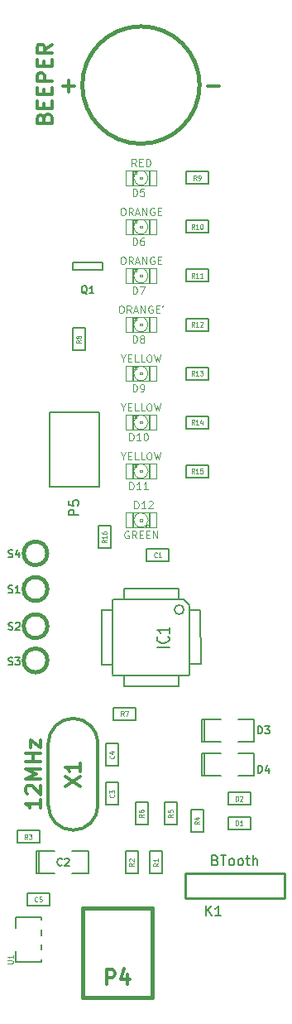
<source format=gto>
G04 (created by PCBNEW (2013-mar-13)-testing) date Sun 09 Jun 2013 06:46:31 PM NZST*
%MOIN*%
G04 Gerber Fmt 3.4, Leading zero omitted, Abs format*
%FSLAX34Y34*%
G01*
G70*
G90*
G04 APERTURE LIST*
%ADD10C,0.005906*%
%ADD11C,0.008000*%
%ADD12C,0.015000*%
%ADD13C,0.005000*%
%ADD14C,0.006000*%
%ADD15C,0.002600*%
%ADD16C,0.004000*%
%ADD17C,0.012500*%
%ADD18C,0.007500*%
%ADD19C,0.010000*%
%ADD20C,0.012000*%
%ADD21C,0.004500*%
%ADD22C,0.003500*%
%ADD23C,0.004300*%
G04 APERTURE END LIST*
G54D10*
G54D11*
X17961Y-26951D02*
X17961Y-23951D01*
X19961Y-23951D02*
X19961Y-26951D01*
X19961Y-26951D02*
X17961Y-26951D01*
X17961Y-23951D02*
X19961Y-23951D01*
G54D12*
X17878Y-29644D02*
G75*
G03X17878Y-29644I-472J0D01*
G74*
G01*
G54D13*
X20112Y-18239D02*
X18912Y-18239D01*
X18912Y-18239D02*
X18912Y-17939D01*
X18912Y-17939D02*
X20112Y-17939D01*
X20112Y-17939D02*
X20112Y-18239D01*
G54D12*
X17884Y-33955D02*
G75*
G03X17884Y-33955I-478J0D01*
G74*
G01*
X17884Y-32577D02*
G75*
G03X17884Y-32577I-478J0D01*
G74*
G01*
X17884Y-31081D02*
G75*
G03X17884Y-31081I-478J0D01*
G74*
G01*
G54D13*
X24220Y-37698D02*
X24120Y-37698D01*
X24120Y-37698D02*
X24120Y-38598D01*
X24120Y-38598D02*
X24220Y-38598D01*
X24220Y-37698D02*
X24220Y-38598D01*
X24220Y-38598D02*
X24870Y-38598D01*
X25570Y-37698D02*
X26220Y-37698D01*
X26220Y-37698D02*
X26220Y-38598D01*
X26220Y-38598D02*
X25570Y-38598D01*
X24870Y-37698D02*
X24220Y-37698D01*
X24220Y-36320D02*
X24120Y-36320D01*
X24120Y-36320D02*
X24120Y-37220D01*
X24120Y-37220D02*
X24220Y-37220D01*
X24220Y-36320D02*
X24220Y-37220D01*
X24220Y-37220D02*
X24870Y-37220D01*
X25570Y-36320D02*
X26220Y-36320D01*
X26220Y-36320D02*
X26220Y-37220D01*
X26220Y-37220D02*
X25570Y-37220D01*
X24870Y-36320D02*
X24220Y-36320D01*
G54D12*
X22106Y-43917D02*
X19310Y-43917D01*
X19310Y-43917D02*
X19310Y-47539D01*
X19310Y-47539D02*
X22106Y-47539D01*
X22106Y-47539D02*
X22106Y-43917D01*
G54D14*
X20981Y-35010D02*
X20981Y-34560D01*
X23161Y-35010D02*
X23161Y-34570D01*
X20981Y-35010D02*
X23161Y-35010D01*
X20511Y-34130D02*
X20081Y-34130D01*
X20501Y-31920D02*
X20081Y-31920D01*
X20081Y-31910D02*
X20071Y-34130D01*
X24051Y-31930D02*
X24061Y-34100D01*
X23361Y-31500D02*
X20531Y-31500D01*
X24051Y-34110D02*
X23641Y-34110D01*
X23601Y-31750D02*
X23601Y-34530D01*
X20521Y-34550D02*
X23561Y-34550D01*
X20521Y-31500D02*
X20521Y-34500D01*
X23191Y-31050D02*
X20971Y-31050D01*
X20971Y-31050D02*
X20971Y-31500D01*
X23371Y-31504D02*
X23601Y-31734D01*
X23191Y-31052D02*
X23191Y-31504D01*
X23601Y-31930D02*
X24053Y-31930D01*
X23385Y-31912D02*
G75*
G03X23385Y-31912I-188J0D01*
G74*
G01*
G54D13*
X17527Y-41635D02*
X17427Y-41635D01*
X17427Y-41635D02*
X17427Y-42535D01*
X17427Y-42535D02*
X17527Y-42535D01*
X17527Y-41635D02*
X17527Y-42535D01*
X17527Y-42535D02*
X18177Y-42535D01*
X18877Y-41635D02*
X19527Y-41635D01*
X19527Y-41635D02*
X19527Y-42535D01*
X19527Y-42535D02*
X18877Y-42535D01*
X18177Y-41635D02*
X17527Y-41635D01*
X22517Y-41635D02*
X22517Y-42535D01*
X22517Y-42535D02*
X22017Y-42535D01*
X22017Y-42535D02*
X22017Y-41635D01*
X22017Y-41635D02*
X22517Y-41635D01*
X21533Y-41635D02*
X21533Y-42535D01*
X21533Y-42535D02*
X21033Y-42535D01*
X21033Y-42535D02*
X21033Y-41635D01*
X21033Y-41635D02*
X21533Y-41635D01*
X16661Y-40811D02*
X17561Y-40811D01*
X17561Y-40811D02*
X17561Y-41311D01*
X17561Y-41311D02*
X16661Y-41311D01*
X16661Y-41311D02*
X16661Y-40811D01*
X23672Y-40861D02*
X23672Y-39961D01*
X23672Y-39961D02*
X24172Y-39961D01*
X24172Y-39961D02*
X24172Y-40861D01*
X24172Y-40861D02*
X23672Y-40861D01*
X23108Y-39666D02*
X23108Y-40566D01*
X23108Y-40566D02*
X22608Y-40566D01*
X22608Y-40566D02*
X22608Y-39666D01*
X22608Y-39666D02*
X23108Y-39666D01*
X21927Y-39666D02*
X21927Y-40566D01*
X21927Y-40566D02*
X21427Y-40566D01*
X21427Y-40566D02*
X21427Y-39666D01*
X21427Y-39666D02*
X21927Y-39666D01*
X21439Y-36350D02*
X20539Y-36350D01*
X20539Y-36350D02*
X20539Y-35850D01*
X20539Y-35850D02*
X21439Y-35850D01*
X21439Y-35850D02*
X21439Y-36350D01*
X19408Y-20572D02*
X19408Y-21472D01*
X19408Y-21472D02*
X18908Y-21472D01*
X18908Y-21472D02*
X18908Y-20572D01*
X18908Y-20572D02*
X19408Y-20572D01*
X23472Y-14276D02*
X24372Y-14276D01*
X24372Y-14276D02*
X24372Y-14776D01*
X24372Y-14776D02*
X23472Y-14776D01*
X23472Y-14776D02*
X23472Y-14276D01*
X23470Y-16244D02*
X24370Y-16244D01*
X24370Y-16244D02*
X24370Y-16744D01*
X24370Y-16744D02*
X23470Y-16744D01*
X23470Y-16744D02*
X23470Y-16244D01*
X23470Y-18212D02*
X24370Y-18212D01*
X24370Y-18212D02*
X24370Y-18712D01*
X24370Y-18712D02*
X23470Y-18712D01*
X23470Y-18712D02*
X23470Y-18212D01*
X23470Y-20181D02*
X24370Y-20181D01*
X24370Y-20181D02*
X24370Y-20681D01*
X24370Y-20681D02*
X23470Y-20681D01*
X23470Y-20681D02*
X23470Y-20181D01*
X23470Y-22149D02*
X24370Y-22149D01*
X24370Y-22149D02*
X24370Y-22649D01*
X24370Y-22649D02*
X23470Y-22649D01*
X23470Y-22649D02*
X23470Y-22149D01*
X23470Y-24118D02*
X24370Y-24118D01*
X24370Y-24118D02*
X24370Y-24618D01*
X24370Y-24618D02*
X23470Y-24618D01*
X23470Y-24618D02*
X23470Y-24118D01*
X23470Y-26086D02*
X24370Y-26086D01*
X24370Y-26086D02*
X24370Y-26586D01*
X24370Y-26586D02*
X23470Y-26586D01*
X23470Y-26586D02*
X23470Y-26086D01*
X20431Y-28544D02*
X20431Y-29444D01*
X20431Y-29444D02*
X19931Y-29444D01*
X19931Y-29444D02*
X19931Y-28544D01*
X19931Y-28544D02*
X20431Y-28544D01*
X21877Y-29472D02*
X22777Y-29472D01*
X22777Y-29472D02*
X22777Y-29972D01*
X22777Y-29972D02*
X21877Y-29972D01*
X21877Y-29972D02*
X21877Y-29472D01*
X20246Y-39779D02*
X20246Y-38879D01*
X20246Y-38879D02*
X20746Y-38879D01*
X20746Y-38879D02*
X20746Y-39779D01*
X20746Y-39779D02*
X20246Y-39779D01*
X20746Y-37304D02*
X20746Y-38204D01*
X20746Y-38204D02*
X20246Y-38204D01*
X20246Y-38204D02*
X20246Y-37304D01*
X20246Y-37304D02*
X20746Y-37304D01*
X26064Y-40760D02*
X25164Y-40760D01*
X25164Y-40760D02*
X25164Y-40260D01*
X25164Y-40260D02*
X26064Y-40260D01*
X26064Y-40260D02*
X26064Y-40760D01*
X26064Y-39776D02*
X25164Y-39776D01*
X25164Y-39776D02*
X25164Y-39276D01*
X25164Y-39276D02*
X26064Y-39276D01*
X26064Y-39276D02*
X26064Y-39776D01*
G54D12*
X24016Y-10787D02*
G75*
G03X24016Y-10787I-2362J0D01*
G74*
G01*
G54D15*
X21693Y-14489D02*
X21615Y-14489D01*
X21615Y-14489D02*
X21615Y-14567D01*
X21693Y-14567D02*
X21615Y-14567D01*
X21693Y-14489D02*
X21693Y-14567D01*
X21477Y-14253D02*
X21340Y-14253D01*
X21340Y-14253D02*
X21340Y-14351D01*
X21477Y-14351D02*
X21340Y-14351D01*
X21477Y-14253D02*
X21477Y-14351D01*
X21340Y-14253D02*
X21300Y-14253D01*
X21300Y-14253D02*
X21300Y-14724D01*
X21340Y-14724D02*
X21300Y-14724D01*
X21340Y-14253D02*
X21340Y-14724D01*
X21340Y-14744D02*
X21300Y-14744D01*
X21300Y-14744D02*
X21300Y-14803D01*
X21340Y-14803D02*
X21300Y-14803D01*
X21340Y-14744D02*
X21340Y-14803D01*
X22008Y-14253D02*
X21968Y-14253D01*
X21968Y-14253D02*
X21968Y-14724D01*
X22008Y-14724D02*
X21968Y-14724D01*
X22008Y-14253D02*
X22008Y-14724D01*
X22008Y-14744D02*
X21968Y-14744D01*
X21968Y-14744D02*
X21968Y-14803D01*
X22008Y-14803D02*
X21968Y-14803D01*
X22008Y-14744D02*
X22008Y-14803D01*
X21477Y-14253D02*
X21418Y-14253D01*
X21418Y-14253D02*
X21418Y-14351D01*
X21477Y-14351D02*
X21418Y-14351D01*
X21477Y-14253D02*
X21477Y-14351D01*
G54D16*
X21044Y-14233D02*
X22264Y-14233D01*
X22264Y-14233D02*
X22264Y-14823D01*
X22264Y-14823D02*
X21044Y-14823D01*
X21044Y-14823D02*
X21044Y-14233D01*
X21869Y-14331D02*
G75*
G03X21438Y-14332I-215J-196D01*
G74*
G01*
X21869Y-14724D02*
G75*
G03X21870Y-14332I-215J196D01*
G74*
G01*
X21438Y-14724D02*
G75*
G03X21870Y-14724I215J196D01*
G74*
G01*
X21438Y-14331D02*
G75*
G03X21438Y-14724I215J-196D01*
G74*
G01*
G54D15*
X21693Y-16457D02*
X21615Y-16457D01*
X21615Y-16457D02*
X21615Y-16535D01*
X21693Y-16535D02*
X21615Y-16535D01*
X21693Y-16457D02*
X21693Y-16535D01*
X21477Y-16221D02*
X21340Y-16221D01*
X21340Y-16221D02*
X21340Y-16319D01*
X21477Y-16319D02*
X21340Y-16319D01*
X21477Y-16221D02*
X21477Y-16319D01*
X21340Y-16221D02*
X21300Y-16221D01*
X21300Y-16221D02*
X21300Y-16692D01*
X21340Y-16692D02*
X21300Y-16692D01*
X21340Y-16221D02*
X21340Y-16692D01*
X21340Y-16712D02*
X21300Y-16712D01*
X21300Y-16712D02*
X21300Y-16771D01*
X21340Y-16771D02*
X21300Y-16771D01*
X21340Y-16712D02*
X21340Y-16771D01*
X22008Y-16221D02*
X21968Y-16221D01*
X21968Y-16221D02*
X21968Y-16692D01*
X22008Y-16692D02*
X21968Y-16692D01*
X22008Y-16221D02*
X22008Y-16692D01*
X22008Y-16712D02*
X21968Y-16712D01*
X21968Y-16712D02*
X21968Y-16771D01*
X22008Y-16771D02*
X21968Y-16771D01*
X22008Y-16712D02*
X22008Y-16771D01*
X21477Y-16221D02*
X21418Y-16221D01*
X21418Y-16221D02*
X21418Y-16319D01*
X21477Y-16319D02*
X21418Y-16319D01*
X21477Y-16221D02*
X21477Y-16319D01*
G54D16*
X21044Y-16201D02*
X22264Y-16201D01*
X22264Y-16201D02*
X22264Y-16791D01*
X22264Y-16791D02*
X21044Y-16791D01*
X21044Y-16791D02*
X21044Y-16201D01*
X21869Y-16299D02*
G75*
G03X21438Y-16300I-215J-196D01*
G74*
G01*
X21869Y-16692D02*
G75*
G03X21870Y-16300I-215J196D01*
G74*
G01*
X21438Y-16692D02*
G75*
G03X21870Y-16692I215J196D01*
G74*
G01*
X21438Y-16299D02*
G75*
G03X21438Y-16692I215J-196D01*
G74*
G01*
G54D15*
X21693Y-18426D02*
X21615Y-18426D01*
X21615Y-18426D02*
X21615Y-18504D01*
X21693Y-18504D02*
X21615Y-18504D01*
X21693Y-18426D02*
X21693Y-18504D01*
X21477Y-18190D02*
X21340Y-18190D01*
X21340Y-18190D02*
X21340Y-18288D01*
X21477Y-18288D02*
X21340Y-18288D01*
X21477Y-18190D02*
X21477Y-18288D01*
X21340Y-18190D02*
X21300Y-18190D01*
X21300Y-18190D02*
X21300Y-18661D01*
X21340Y-18661D02*
X21300Y-18661D01*
X21340Y-18190D02*
X21340Y-18661D01*
X21340Y-18681D02*
X21300Y-18681D01*
X21300Y-18681D02*
X21300Y-18740D01*
X21340Y-18740D02*
X21300Y-18740D01*
X21340Y-18681D02*
X21340Y-18740D01*
X22008Y-18190D02*
X21968Y-18190D01*
X21968Y-18190D02*
X21968Y-18661D01*
X22008Y-18661D02*
X21968Y-18661D01*
X22008Y-18190D02*
X22008Y-18661D01*
X22008Y-18681D02*
X21968Y-18681D01*
X21968Y-18681D02*
X21968Y-18740D01*
X22008Y-18740D02*
X21968Y-18740D01*
X22008Y-18681D02*
X22008Y-18740D01*
X21477Y-18190D02*
X21418Y-18190D01*
X21418Y-18190D02*
X21418Y-18288D01*
X21477Y-18288D02*
X21418Y-18288D01*
X21477Y-18190D02*
X21477Y-18288D01*
G54D16*
X21044Y-18170D02*
X22264Y-18170D01*
X22264Y-18170D02*
X22264Y-18760D01*
X22264Y-18760D02*
X21044Y-18760D01*
X21044Y-18760D02*
X21044Y-18170D01*
X21869Y-18268D02*
G75*
G03X21438Y-18269I-215J-196D01*
G74*
G01*
X21869Y-18661D02*
G75*
G03X21870Y-18269I-215J196D01*
G74*
G01*
X21438Y-18661D02*
G75*
G03X21870Y-18661I215J196D01*
G74*
G01*
X21438Y-18268D02*
G75*
G03X21438Y-18661I215J-196D01*
G74*
G01*
G54D15*
X21693Y-20394D02*
X21615Y-20394D01*
X21615Y-20394D02*
X21615Y-20472D01*
X21693Y-20472D02*
X21615Y-20472D01*
X21693Y-20394D02*
X21693Y-20472D01*
X21477Y-20158D02*
X21340Y-20158D01*
X21340Y-20158D02*
X21340Y-20256D01*
X21477Y-20256D02*
X21340Y-20256D01*
X21477Y-20158D02*
X21477Y-20256D01*
X21340Y-20158D02*
X21300Y-20158D01*
X21300Y-20158D02*
X21300Y-20629D01*
X21340Y-20629D02*
X21300Y-20629D01*
X21340Y-20158D02*
X21340Y-20629D01*
X21340Y-20649D02*
X21300Y-20649D01*
X21300Y-20649D02*
X21300Y-20708D01*
X21340Y-20708D02*
X21300Y-20708D01*
X21340Y-20649D02*
X21340Y-20708D01*
X22008Y-20158D02*
X21968Y-20158D01*
X21968Y-20158D02*
X21968Y-20629D01*
X22008Y-20629D02*
X21968Y-20629D01*
X22008Y-20158D02*
X22008Y-20629D01*
X22008Y-20649D02*
X21968Y-20649D01*
X21968Y-20649D02*
X21968Y-20708D01*
X22008Y-20708D02*
X21968Y-20708D01*
X22008Y-20649D02*
X22008Y-20708D01*
X21477Y-20158D02*
X21418Y-20158D01*
X21418Y-20158D02*
X21418Y-20256D01*
X21477Y-20256D02*
X21418Y-20256D01*
X21477Y-20158D02*
X21477Y-20256D01*
G54D16*
X21044Y-20138D02*
X22264Y-20138D01*
X22264Y-20138D02*
X22264Y-20728D01*
X22264Y-20728D02*
X21044Y-20728D01*
X21044Y-20728D02*
X21044Y-20138D01*
X21869Y-20236D02*
G75*
G03X21438Y-20237I-215J-196D01*
G74*
G01*
X21869Y-20629D02*
G75*
G03X21870Y-20237I-215J196D01*
G74*
G01*
X21438Y-20629D02*
G75*
G03X21870Y-20629I215J196D01*
G74*
G01*
X21438Y-20236D02*
G75*
G03X21438Y-20629I215J-196D01*
G74*
G01*
G54D15*
X21693Y-22363D02*
X21615Y-22363D01*
X21615Y-22363D02*
X21615Y-22441D01*
X21693Y-22441D02*
X21615Y-22441D01*
X21693Y-22363D02*
X21693Y-22441D01*
X21477Y-22127D02*
X21340Y-22127D01*
X21340Y-22127D02*
X21340Y-22225D01*
X21477Y-22225D02*
X21340Y-22225D01*
X21477Y-22127D02*
X21477Y-22225D01*
X21340Y-22127D02*
X21300Y-22127D01*
X21300Y-22127D02*
X21300Y-22598D01*
X21340Y-22598D02*
X21300Y-22598D01*
X21340Y-22127D02*
X21340Y-22598D01*
X21340Y-22618D02*
X21300Y-22618D01*
X21300Y-22618D02*
X21300Y-22677D01*
X21340Y-22677D02*
X21300Y-22677D01*
X21340Y-22618D02*
X21340Y-22677D01*
X22008Y-22127D02*
X21968Y-22127D01*
X21968Y-22127D02*
X21968Y-22598D01*
X22008Y-22598D02*
X21968Y-22598D01*
X22008Y-22127D02*
X22008Y-22598D01*
X22008Y-22618D02*
X21968Y-22618D01*
X21968Y-22618D02*
X21968Y-22677D01*
X22008Y-22677D02*
X21968Y-22677D01*
X22008Y-22618D02*
X22008Y-22677D01*
X21477Y-22127D02*
X21418Y-22127D01*
X21418Y-22127D02*
X21418Y-22225D01*
X21477Y-22225D02*
X21418Y-22225D01*
X21477Y-22127D02*
X21477Y-22225D01*
G54D16*
X21044Y-22107D02*
X22264Y-22107D01*
X22264Y-22107D02*
X22264Y-22697D01*
X22264Y-22697D02*
X21044Y-22697D01*
X21044Y-22697D02*
X21044Y-22107D01*
X21869Y-22205D02*
G75*
G03X21438Y-22206I-215J-196D01*
G74*
G01*
X21869Y-22598D02*
G75*
G03X21870Y-22206I-215J196D01*
G74*
G01*
X21438Y-22598D02*
G75*
G03X21870Y-22598I215J196D01*
G74*
G01*
X21438Y-22205D02*
G75*
G03X21438Y-22598I215J-196D01*
G74*
G01*
G54D15*
X21693Y-24331D02*
X21615Y-24331D01*
X21615Y-24331D02*
X21615Y-24409D01*
X21693Y-24409D02*
X21615Y-24409D01*
X21693Y-24331D02*
X21693Y-24409D01*
X21477Y-24095D02*
X21340Y-24095D01*
X21340Y-24095D02*
X21340Y-24193D01*
X21477Y-24193D02*
X21340Y-24193D01*
X21477Y-24095D02*
X21477Y-24193D01*
X21340Y-24095D02*
X21300Y-24095D01*
X21300Y-24095D02*
X21300Y-24566D01*
X21340Y-24566D02*
X21300Y-24566D01*
X21340Y-24095D02*
X21340Y-24566D01*
X21340Y-24586D02*
X21300Y-24586D01*
X21300Y-24586D02*
X21300Y-24645D01*
X21340Y-24645D02*
X21300Y-24645D01*
X21340Y-24586D02*
X21340Y-24645D01*
X22008Y-24095D02*
X21968Y-24095D01*
X21968Y-24095D02*
X21968Y-24566D01*
X22008Y-24566D02*
X21968Y-24566D01*
X22008Y-24095D02*
X22008Y-24566D01*
X22008Y-24586D02*
X21968Y-24586D01*
X21968Y-24586D02*
X21968Y-24645D01*
X22008Y-24645D02*
X21968Y-24645D01*
X22008Y-24586D02*
X22008Y-24645D01*
X21477Y-24095D02*
X21418Y-24095D01*
X21418Y-24095D02*
X21418Y-24193D01*
X21477Y-24193D02*
X21418Y-24193D01*
X21477Y-24095D02*
X21477Y-24193D01*
G54D16*
X21044Y-24075D02*
X22264Y-24075D01*
X22264Y-24075D02*
X22264Y-24665D01*
X22264Y-24665D02*
X21044Y-24665D01*
X21044Y-24665D02*
X21044Y-24075D01*
X21869Y-24173D02*
G75*
G03X21438Y-24174I-215J-196D01*
G74*
G01*
X21869Y-24566D02*
G75*
G03X21870Y-24174I-215J196D01*
G74*
G01*
X21438Y-24566D02*
G75*
G03X21870Y-24566I215J196D01*
G74*
G01*
X21438Y-24173D02*
G75*
G03X21438Y-24566I215J-196D01*
G74*
G01*
G54D15*
X21693Y-26300D02*
X21615Y-26300D01*
X21615Y-26300D02*
X21615Y-26378D01*
X21693Y-26378D02*
X21615Y-26378D01*
X21693Y-26300D02*
X21693Y-26378D01*
X21477Y-26064D02*
X21340Y-26064D01*
X21340Y-26064D02*
X21340Y-26162D01*
X21477Y-26162D02*
X21340Y-26162D01*
X21477Y-26064D02*
X21477Y-26162D01*
X21340Y-26064D02*
X21300Y-26064D01*
X21300Y-26064D02*
X21300Y-26535D01*
X21340Y-26535D02*
X21300Y-26535D01*
X21340Y-26064D02*
X21340Y-26535D01*
X21340Y-26555D02*
X21300Y-26555D01*
X21300Y-26555D02*
X21300Y-26614D01*
X21340Y-26614D02*
X21300Y-26614D01*
X21340Y-26555D02*
X21340Y-26614D01*
X22008Y-26064D02*
X21968Y-26064D01*
X21968Y-26064D02*
X21968Y-26535D01*
X22008Y-26535D02*
X21968Y-26535D01*
X22008Y-26064D02*
X22008Y-26535D01*
X22008Y-26555D02*
X21968Y-26555D01*
X21968Y-26555D02*
X21968Y-26614D01*
X22008Y-26614D02*
X21968Y-26614D01*
X22008Y-26555D02*
X22008Y-26614D01*
X21477Y-26064D02*
X21418Y-26064D01*
X21418Y-26064D02*
X21418Y-26162D01*
X21477Y-26162D02*
X21418Y-26162D01*
X21477Y-26064D02*
X21477Y-26162D01*
G54D16*
X21044Y-26044D02*
X22264Y-26044D01*
X22264Y-26044D02*
X22264Y-26634D01*
X22264Y-26634D02*
X21044Y-26634D01*
X21044Y-26634D02*
X21044Y-26044D01*
X21869Y-26142D02*
G75*
G03X21438Y-26143I-215J-196D01*
G74*
G01*
X21869Y-26535D02*
G75*
G03X21870Y-26143I-215J196D01*
G74*
G01*
X21438Y-26535D02*
G75*
G03X21870Y-26535I215J196D01*
G74*
G01*
X21438Y-26142D02*
G75*
G03X21438Y-26535I215J-196D01*
G74*
G01*
G54D15*
X21615Y-28346D02*
X21693Y-28346D01*
X21693Y-28346D02*
X21693Y-28268D01*
X21615Y-28268D02*
X21693Y-28268D01*
X21615Y-28346D02*
X21615Y-28268D01*
X21831Y-28582D02*
X21968Y-28582D01*
X21968Y-28582D02*
X21968Y-28484D01*
X21831Y-28484D02*
X21968Y-28484D01*
X21831Y-28582D02*
X21831Y-28484D01*
X21968Y-28582D02*
X22008Y-28582D01*
X22008Y-28582D02*
X22008Y-28111D01*
X21968Y-28111D02*
X22008Y-28111D01*
X21968Y-28582D02*
X21968Y-28111D01*
X21968Y-28091D02*
X22008Y-28091D01*
X22008Y-28091D02*
X22008Y-28032D01*
X21968Y-28032D02*
X22008Y-28032D01*
X21968Y-28091D02*
X21968Y-28032D01*
X21300Y-28582D02*
X21340Y-28582D01*
X21340Y-28582D02*
X21340Y-28111D01*
X21300Y-28111D02*
X21340Y-28111D01*
X21300Y-28582D02*
X21300Y-28111D01*
X21300Y-28091D02*
X21340Y-28091D01*
X21340Y-28091D02*
X21340Y-28032D01*
X21300Y-28032D02*
X21340Y-28032D01*
X21300Y-28091D02*
X21300Y-28032D01*
X21831Y-28582D02*
X21890Y-28582D01*
X21890Y-28582D02*
X21890Y-28484D01*
X21831Y-28484D02*
X21890Y-28484D01*
X21831Y-28582D02*
X21831Y-28484D01*
G54D16*
X22264Y-28602D02*
X21044Y-28602D01*
X21044Y-28602D02*
X21044Y-28012D01*
X21044Y-28012D02*
X22264Y-28012D01*
X22264Y-28012D02*
X22264Y-28602D01*
X21438Y-28503D02*
G75*
G03X21870Y-28503I215J196D01*
G74*
G01*
X21438Y-28110D02*
G75*
G03X21438Y-28503I215J-196D01*
G74*
G01*
X21869Y-28110D02*
G75*
G03X21438Y-28111I-215J-196D01*
G74*
G01*
X21869Y-28503D02*
G75*
G03X21870Y-28111I-215J196D01*
G74*
G01*
G54D17*
X19921Y-39791D02*
X19921Y-37291D01*
X17921Y-39791D02*
X17921Y-37291D01*
X18921Y-36291D02*
G75*
G03X17921Y-37291I0J-1000D01*
G74*
G01*
X19921Y-37291D02*
G75*
G03X18921Y-36291I-1000J0D01*
G74*
G01*
X17921Y-39791D02*
G75*
G03X18921Y-40791I1000J0D01*
G74*
G01*
X18921Y-40791D02*
G75*
G03X19921Y-39791I0J1000D01*
G74*
G01*
G54D18*
X17637Y-44409D02*
X17637Y-44290D01*
X17637Y-45039D02*
X17637Y-44802D01*
X17637Y-45590D02*
X17637Y-45393D01*
X17637Y-46102D02*
X17637Y-45983D01*
X16613Y-45668D02*
X16613Y-46102D01*
X16613Y-44724D02*
X16613Y-44290D01*
X17637Y-44290D02*
X16613Y-44290D01*
X16613Y-46102D02*
X17637Y-46102D01*
G54D13*
X17969Y-43832D02*
X17069Y-43832D01*
X17069Y-43832D02*
X17069Y-43332D01*
X17069Y-43332D02*
X17969Y-43332D01*
X17969Y-43332D02*
X17969Y-43832D01*
G54D19*
X23433Y-42531D02*
X27433Y-42531D01*
X23433Y-43531D02*
X27433Y-43531D01*
X27433Y-43531D02*
X27433Y-42531D01*
X23433Y-42531D02*
X23433Y-43531D01*
G54D11*
X19141Y-28109D02*
X18741Y-28109D01*
X18741Y-27956D01*
X18761Y-27918D01*
X18780Y-27899D01*
X18818Y-27880D01*
X18875Y-27880D01*
X18913Y-27899D01*
X18932Y-27918D01*
X18951Y-27956D01*
X18951Y-28109D01*
X18741Y-27518D02*
X18741Y-27709D01*
X18932Y-27728D01*
X18913Y-27709D01*
X18894Y-27671D01*
X18894Y-27575D01*
X18913Y-27537D01*
X18932Y-27518D01*
X18970Y-27499D01*
X19065Y-27499D01*
X19103Y-27518D01*
X19122Y-27537D01*
X19141Y-27575D01*
X19141Y-27671D01*
X19122Y-27709D01*
X19103Y-27728D01*
G54D14*
X16317Y-29796D02*
X16360Y-29810D01*
X16431Y-29810D01*
X16460Y-29796D01*
X16474Y-29782D01*
X16488Y-29753D01*
X16488Y-29725D01*
X16474Y-29696D01*
X16460Y-29682D01*
X16431Y-29667D01*
X16374Y-29653D01*
X16346Y-29639D01*
X16331Y-29625D01*
X16317Y-29596D01*
X16317Y-29567D01*
X16331Y-29539D01*
X16346Y-29525D01*
X16374Y-29510D01*
X16446Y-29510D01*
X16488Y-29525D01*
X16746Y-29610D02*
X16746Y-29810D01*
X16674Y-29496D02*
X16603Y-29710D01*
X16788Y-29710D01*
G54D18*
X19483Y-19203D02*
X19454Y-19189D01*
X19426Y-19160D01*
X19383Y-19117D01*
X19354Y-19103D01*
X19326Y-19103D01*
X19340Y-19174D02*
X19312Y-19160D01*
X19283Y-19131D01*
X19269Y-19074D01*
X19269Y-18974D01*
X19283Y-18917D01*
X19312Y-18889D01*
X19340Y-18874D01*
X19397Y-18874D01*
X19426Y-18889D01*
X19454Y-18917D01*
X19469Y-18974D01*
X19469Y-19074D01*
X19454Y-19131D01*
X19426Y-19160D01*
X19397Y-19174D01*
X19340Y-19174D01*
X19754Y-19174D02*
X19583Y-19174D01*
X19669Y-19174D02*
X19669Y-18874D01*
X19640Y-18917D01*
X19612Y-18946D01*
X19583Y-18960D01*
G54D14*
X16317Y-34126D02*
X16360Y-34140D01*
X16431Y-34140D01*
X16460Y-34126D01*
X16474Y-34112D01*
X16488Y-34083D01*
X16488Y-34055D01*
X16474Y-34026D01*
X16460Y-34012D01*
X16431Y-33997D01*
X16374Y-33983D01*
X16346Y-33969D01*
X16331Y-33955D01*
X16317Y-33926D01*
X16317Y-33897D01*
X16331Y-33869D01*
X16346Y-33855D01*
X16374Y-33840D01*
X16446Y-33840D01*
X16488Y-33855D01*
X16588Y-33840D02*
X16774Y-33840D01*
X16674Y-33955D01*
X16717Y-33955D01*
X16746Y-33969D01*
X16760Y-33983D01*
X16774Y-34012D01*
X16774Y-34083D01*
X16760Y-34112D01*
X16746Y-34126D01*
X16717Y-34140D01*
X16631Y-34140D01*
X16603Y-34126D01*
X16588Y-34112D01*
X16317Y-32709D02*
X16360Y-32723D01*
X16431Y-32723D01*
X16460Y-32709D01*
X16474Y-32695D01*
X16488Y-32666D01*
X16488Y-32638D01*
X16474Y-32609D01*
X16460Y-32595D01*
X16431Y-32580D01*
X16374Y-32566D01*
X16346Y-32552D01*
X16331Y-32538D01*
X16317Y-32509D01*
X16317Y-32480D01*
X16331Y-32452D01*
X16346Y-32438D01*
X16374Y-32423D01*
X16446Y-32423D01*
X16488Y-32438D01*
X16603Y-32452D02*
X16617Y-32438D01*
X16646Y-32423D01*
X16717Y-32423D01*
X16746Y-32438D01*
X16760Y-32452D01*
X16774Y-32480D01*
X16774Y-32509D01*
X16760Y-32552D01*
X16588Y-32723D01*
X16774Y-32723D01*
X16317Y-31213D02*
X16360Y-31227D01*
X16431Y-31227D01*
X16460Y-31213D01*
X16474Y-31199D01*
X16488Y-31170D01*
X16488Y-31142D01*
X16474Y-31113D01*
X16460Y-31099D01*
X16431Y-31084D01*
X16374Y-31070D01*
X16346Y-31056D01*
X16331Y-31042D01*
X16317Y-31013D01*
X16317Y-30984D01*
X16331Y-30956D01*
X16346Y-30942D01*
X16374Y-30927D01*
X16446Y-30927D01*
X16488Y-30942D01*
X16774Y-31227D02*
X16603Y-31227D01*
X16688Y-31227D02*
X16688Y-30927D01*
X16660Y-30970D01*
X16631Y-30999D01*
X16603Y-31013D01*
G54D13*
X26376Y-38480D02*
X26376Y-38180D01*
X26448Y-38180D01*
X26490Y-38195D01*
X26519Y-38223D01*
X26533Y-38252D01*
X26548Y-38309D01*
X26548Y-38352D01*
X26533Y-38409D01*
X26519Y-38437D01*
X26490Y-38466D01*
X26448Y-38480D01*
X26376Y-38480D01*
X26805Y-38280D02*
X26805Y-38480D01*
X26733Y-38166D02*
X26662Y-38380D01*
X26848Y-38380D01*
X26376Y-36905D02*
X26376Y-36605D01*
X26448Y-36605D01*
X26490Y-36620D01*
X26519Y-36648D01*
X26533Y-36677D01*
X26548Y-36734D01*
X26548Y-36777D01*
X26533Y-36834D01*
X26519Y-36862D01*
X26490Y-36891D01*
X26448Y-36905D01*
X26376Y-36905D01*
X26648Y-36605D02*
X26833Y-36605D01*
X26733Y-36720D01*
X26776Y-36720D01*
X26805Y-36734D01*
X26819Y-36748D01*
X26833Y-36777D01*
X26833Y-36848D01*
X26819Y-36877D01*
X26805Y-36891D01*
X26776Y-36905D01*
X26690Y-36905D01*
X26662Y-36891D01*
X26648Y-36877D01*
G54D20*
X20265Y-47003D02*
X20265Y-46403D01*
X20494Y-46403D01*
X20551Y-46432D01*
X20580Y-46461D01*
X20608Y-46518D01*
X20608Y-46603D01*
X20580Y-46661D01*
X20551Y-46689D01*
X20494Y-46718D01*
X20265Y-46718D01*
X21122Y-46603D02*
X21122Y-47003D01*
X20980Y-46375D02*
X20837Y-46803D01*
X21208Y-46803D01*
G54D11*
X22797Y-33420D02*
X22297Y-33420D01*
X22749Y-33001D02*
X22773Y-33020D01*
X22797Y-33077D01*
X22797Y-33115D01*
X22773Y-33172D01*
X22725Y-33210D01*
X22678Y-33229D01*
X22582Y-33249D01*
X22511Y-33249D01*
X22416Y-33229D01*
X22368Y-33210D01*
X22321Y-33172D01*
X22297Y-33115D01*
X22297Y-33077D01*
X22321Y-33020D01*
X22344Y-33001D01*
X22797Y-32620D02*
X22797Y-32849D01*
X22797Y-32734D02*
X22297Y-32734D01*
X22368Y-32772D01*
X22416Y-32810D01*
X22440Y-32849D01*
G54D13*
X18477Y-42192D02*
X18462Y-42206D01*
X18419Y-42220D01*
X18391Y-42220D01*
X18348Y-42206D01*
X18319Y-42177D01*
X18305Y-42149D01*
X18291Y-42092D01*
X18291Y-42049D01*
X18305Y-41992D01*
X18319Y-41963D01*
X18348Y-41935D01*
X18391Y-41920D01*
X18419Y-41920D01*
X18462Y-41935D01*
X18477Y-41949D01*
X18591Y-41949D02*
X18605Y-41935D01*
X18634Y-41920D01*
X18705Y-41920D01*
X18734Y-41935D01*
X18748Y-41949D01*
X18762Y-41977D01*
X18762Y-42006D01*
X18748Y-42049D01*
X18577Y-42220D01*
X18762Y-42220D01*
G54D21*
X22357Y-42115D02*
X22262Y-42175D01*
X22357Y-42217D02*
X22157Y-42217D01*
X22157Y-42149D01*
X22167Y-42132D01*
X22176Y-42123D01*
X22195Y-42115D01*
X22224Y-42115D01*
X22243Y-42123D01*
X22252Y-42132D01*
X22262Y-42149D01*
X22262Y-42217D01*
X22357Y-41943D02*
X22357Y-42046D01*
X22357Y-41995D02*
X22157Y-41995D01*
X22186Y-42012D01*
X22205Y-42029D01*
X22214Y-42046D01*
X21373Y-42115D02*
X21278Y-42175D01*
X21373Y-42217D02*
X21173Y-42217D01*
X21173Y-42149D01*
X21183Y-42132D01*
X21192Y-42123D01*
X21211Y-42115D01*
X21240Y-42115D01*
X21259Y-42123D01*
X21268Y-42132D01*
X21278Y-42149D01*
X21278Y-42217D01*
X21192Y-42046D02*
X21183Y-42037D01*
X21173Y-42020D01*
X21173Y-41977D01*
X21183Y-41960D01*
X21192Y-41952D01*
X21211Y-41943D01*
X21230Y-41943D01*
X21259Y-41952D01*
X21373Y-42055D01*
X21373Y-41943D01*
X17081Y-41151D02*
X17021Y-41056D01*
X16978Y-41151D02*
X16978Y-40951D01*
X17046Y-40951D01*
X17063Y-40961D01*
X17072Y-40970D01*
X17081Y-40989D01*
X17081Y-41018D01*
X17072Y-41037D01*
X17063Y-41046D01*
X17046Y-41056D01*
X16978Y-41056D01*
X17141Y-40951D02*
X17252Y-40951D01*
X17192Y-41027D01*
X17218Y-41027D01*
X17235Y-41037D01*
X17243Y-41046D01*
X17252Y-41065D01*
X17252Y-41113D01*
X17243Y-41132D01*
X17235Y-41141D01*
X17218Y-41151D01*
X17166Y-41151D01*
X17149Y-41141D01*
X17141Y-41132D01*
X24012Y-40441D02*
X23917Y-40501D01*
X24012Y-40543D02*
X23812Y-40543D01*
X23812Y-40475D01*
X23822Y-40458D01*
X23831Y-40449D01*
X23850Y-40441D01*
X23879Y-40441D01*
X23898Y-40449D01*
X23907Y-40458D01*
X23917Y-40475D01*
X23917Y-40543D01*
X23879Y-40286D02*
X24012Y-40286D01*
X23802Y-40329D02*
X23945Y-40372D01*
X23945Y-40261D01*
X22948Y-40146D02*
X22853Y-40206D01*
X22948Y-40248D02*
X22748Y-40248D01*
X22748Y-40180D01*
X22758Y-40163D01*
X22767Y-40154D01*
X22786Y-40146D01*
X22815Y-40146D01*
X22834Y-40154D01*
X22843Y-40163D01*
X22853Y-40180D01*
X22853Y-40248D01*
X22748Y-39983D02*
X22748Y-40068D01*
X22843Y-40077D01*
X22834Y-40068D01*
X22824Y-40051D01*
X22824Y-40008D01*
X22834Y-39991D01*
X22843Y-39983D01*
X22862Y-39974D01*
X22910Y-39974D01*
X22929Y-39983D01*
X22938Y-39991D01*
X22948Y-40008D01*
X22948Y-40051D01*
X22938Y-40068D01*
X22929Y-40077D01*
X21767Y-40146D02*
X21672Y-40206D01*
X21767Y-40248D02*
X21567Y-40248D01*
X21567Y-40180D01*
X21577Y-40163D01*
X21586Y-40154D01*
X21605Y-40146D01*
X21634Y-40146D01*
X21653Y-40154D01*
X21662Y-40163D01*
X21672Y-40180D01*
X21672Y-40248D01*
X21567Y-39991D02*
X21567Y-40026D01*
X21577Y-40043D01*
X21586Y-40051D01*
X21615Y-40068D01*
X21653Y-40077D01*
X21729Y-40077D01*
X21748Y-40068D01*
X21757Y-40060D01*
X21767Y-40043D01*
X21767Y-40008D01*
X21757Y-39991D01*
X21748Y-39983D01*
X21729Y-39974D01*
X21681Y-39974D01*
X21662Y-39983D01*
X21653Y-39991D01*
X21643Y-40008D01*
X21643Y-40043D01*
X21653Y-40060D01*
X21662Y-40068D01*
X21681Y-40077D01*
X20959Y-36190D02*
X20899Y-36095D01*
X20856Y-36190D02*
X20856Y-35990D01*
X20924Y-35990D01*
X20941Y-36000D01*
X20950Y-36009D01*
X20959Y-36028D01*
X20959Y-36057D01*
X20950Y-36076D01*
X20941Y-36085D01*
X20924Y-36095D01*
X20856Y-36095D01*
X21019Y-35990D02*
X21139Y-35990D01*
X21061Y-36190D01*
X19248Y-21052D02*
X19153Y-21112D01*
X19248Y-21154D02*
X19048Y-21154D01*
X19048Y-21086D01*
X19058Y-21069D01*
X19067Y-21060D01*
X19086Y-21052D01*
X19115Y-21052D01*
X19134Y-21060D01*
X19143Y-21069D01*
X19153Y-21086D01*
X19153Y-21154D01*
X19134Y-20949D02*
X19124Y-20966D01*
X19115Y-20974D01*
X19096Y-20983D01*
X19086Y-20983D01*
X19067Y-20974D01*
X19058Y-20966D01*
X19048Y-20949D01*
X19048Y-20914D01*
X19058Y-20897D01*
X19067Y-20889D01*
X19086Y-20880D01*
X19096Y-20880D01*
X19115Y-20889D01*
X19124Y-20897D01*
X19134Y-20914D01*
X19134Y-20949D01*
X19143Y-20966D01*
X19153Y-20974D01*
X19172Y-20983D01*
X19210Y-20983D01*
X19229Y-20974D01*
X19238Y-20966D01*
X19248Y-20949D01*
X19248Y-20914D01*
X19238Y-20897D01*
X19229Y-20889D01*
X19210Y-20880D01*
X19172Y-20880D01*
X19153Y-20889D01*
X19143Y-20897D01*
X19134Y-20914D01*
X23892Y-14616D02*
X23832Y-14521D01*
X23789Y-14616D02*
X23789Y-14416D01*
X23857Y-14416D01*
X23874Y-14426D01*
X23883Y-14435D01*
X23892Y-14454D01*
X23892Y-14483D01*
X23883Y-14502D01*
X23874Y-14511D01*
X23857Y-14521D01*
X23789Y-14521D01*
X23977Y-14616D02*
X24012Y-14616D01*
X24029Y-14606D01*
X24037Y-14597D01*
X24054Y-14568D01*
X24063Y-14530D01*
X24063Y-14454D01*
X24054Y-14435D01*
X24046Y-14426D01*
X24029Y-14416D01*
X23994Y-14416D01*
X23977Y-14426D01*
X23969Y-14435D01*
X23960Y-14454D01*
X23960Y-14502D01*
X23969Y-14521D01*
X23977Y-14530D01*
X23994Y-14540D01*
X24029Y-14540D01*
X24046Y-14530D01*
X24054Y-14521D01*
X24063Y-14502D01*
X23804Y-16584D02*
X23744Y-16489D01*
X23701Y-16584D02*
X23701Y-16384D01*
X23770Y-16384D01*
X23787Y-16394D01*
X23795Y-16403D01*
X23804Y-16422D01*
X23804Y-16451D01*
X23795Y-16470D01*
X23787Y-16479D01*
X23770Y-16489D01*
X23701Y-16489D01*
X23975Y-16584D02*
X23872Y-16584D01*
X23924Y-16584D02*
X23924Y-16384D01*
X23907Y-16413D01*
X23890Y-16432D01*
X23872Y-16441D01*
X24087Y-16384D02*
X24104Y-16384D01*
X24121Y-16394D01*
X24130Y-16403D01*
X24138Y-16422D01*
X24147Y-16460D01*
X24147Y-16508D01*
X24138Y-16546D01*
X24130Y-16565D01*
X24121Y-16574D01*
X24104Y-16584D01*
X24087Y-16584D01*
X24070Y-16574D01*
X24061Y-16565D01*
X24052Y-16546D01*
X24044Y-16508D01*
X24044Y-16460D01*
X24052Y-16422D01*
X24061Y-16403D01*
X24070Y-16394D01*
X24087Y-16384D01*
X23804Y-18552D02*
X23744Y-18457D01*
X23701Y-18552D02*
X23701Y-18352D01*
X23770Y-18352D01*
X23787Y-18362D01*
X23795Y-18371D01*
X23804Y-18390D01*
X23804Y-18419D01*
X23795Y-18438D01*
X23787Y-18447D01*
X23770Y-18457D01*
X23701Y-18457D01*
X23975Y-18552D02*
X23872Y-18552D01*
X23924Y-18552D02*
X23924Y-18352D01*
X23907Y-18381D01*
X23890Y-18400D01*
X23872Y-18409D01*
X24147Y-18552D02*
X24044Y-18552D01*
X24095Y-18552D02*
X24095Y-18352D01*
X24078Y-18381D01*
X24061Y-18400D01*
X24044Y-18409D01*
X23804Y-20521D02*
X23744Y-20426D01*
X23701Y-20521D02*
X23701Y-20321D01*
X23770Y-20321D01*
X23787Y-20331D01*
X23795Y-20340D01*
X23804Y-20359D01*
X23804Y-20388D01*
X23795Y-20407D01*
X23787Y-20416D01*
X23770Y-20426D01*
X23701Y-20426D01*
X23975Y-20521D02*
X23872Y-20521D01*
X23924Y-20521D02*
X23924Y-20321D01*
X23907Y-20350D01*
X23890Y-20369D01*
X23872Y-20378D01*
X24044Y-20340D02*
X24052Y-20331D01*
X24070Y-20321D01*
X24112Y-20321D01*
X24130Y-20331D01*
X24138Y-20340D01*
X24147Y-20359D01*
X24147Y-20378D01*
X24138Y-20407D01*
X24035Y-20521D01*
X24147Y-20521D01*
X23804Y-22489D02*
X23744Y-22394D01*
X23701Y-22489D02*
X23701Y-22289D01*
X23770Y-22289D01*
X23787Y-22299D01*
X23795Y-22308D01*
X23804Y-22327D01*
X23804Y-22356D01*
X23795Y-22375D01*
X23787Y-22384D01*
X23770Y-22394D01*
X23701Y-22394D01*
X23975Y-22489D02*
X23872Y-22489D01*
X23924Y-22489D02*
X23924Y-22289D01*
X23907Y-22318D01*
X23890Y-22337D01*
X23872Y-22346D01*
X24035Y-22289D02*
X24147Y-22289D01*
X24087Y-22365D01*
X24112Y-22365D01*
X24130Y-22375D01*
X24138Y-22384D01*
X24147Y-22403D01*
X24147Y-22451D01*
X24138Y-22470D01*
X24130Y-22479D01*
X24112Y-22489D01*
X24061Y-22489D01*
X24044Y-22479D01*
X24035Y-22470D01*
X23804Y-24458D02*
X23744Y-24363D01*
X23701Y-24458D02*
X23701Y-24258D01*
X23770Y-24258D01*
X23787Y-24268D01*
X23795Y-24277D01*
X23804Y-24296D01*
X23804Y-24325D01*
X23795Y-24344D01*
X23787Y-24353D01*
X23770Y-24363D01*
X23701Y-24363D01*
X23975Y-24458D02*
X23872Y-24458D01*
X23924Y-24458D02*
X23924Y-24258D01*
X23907Y-24287D01*
X23890Y-24306D01*
X23872Y-24315D01*
X24130Y-24325D02*
X24130Y-24458D01*
X24087Y-24248D02*
X24044Y-24391D01*
X24155Y-24391D01*
X23804Y-26426D02*
X23744Y-26331D01*
X23701Y-26426D02*
X23701Y-26226D01*
X23770Y-26226D01*
X23787Y-26236D01*
X23795Y-26245D01*
X23804Y-26264D01*
X23804Y-26293D01*
X23795Y-26312D01*
X23787Y-26321D01*
X23770Y-26331D01*
X23701Y-26331D01*
X23975Y-26426D02*
X23872Y-26426D01*
X23924Y-26426D02*
X23924Y-26226D01*
X23907Y-26255D01*
X23890Y-26274D01*
X23872Y-26283D01*
X24138Y-26226D02*
X24052Y-26226D01*
X24044Y-26321D01*
X24052Y-26312D01*
X24070Y-26302D01*
X24112Y-26302D01*
X24130Y-26312D01*
X24138Y-26321D01*
X24147Y-26340D01*
X24147Y-26388D01*
X24138Y-26407D01*
X24130Y-26416D01*
X24112Y-26426D01*
X24070Y-26426D01*
X24052Y-26416D01*
X24044Y-26407D01*
X20271Y-29109D02*
X20176Y-29169D01*
X20271Y-29212D02*
X20071Y-29212D01*
X20071Y-29144D01*
X20081Y-29126D01*
X20090Y-29118D01*
X20109Y-29109D01*
X20138Y-29109D01*
X20157Y-29118D01*
X20166Y-29126D01*
X20176Y-29144D01*
X20176Y-29212D01*
X20271Y-28938D02*
X20271Y-29041D01*
X20271Y-28989D02*
X20071Y-28989D01*
X20100Y-29006D01*
X20119Y-29024D01*
X20128Y-29041D01*
X20071Y-28784D02*
X20071Y-28818D01*
X20081Y-28835D01*
X20090Y-28844D01*
X20119Y-28861D01*
X20157Y-28869D01*
X20233Y-28869D01*
X20252Y-28861D01*
X20261Y-28852D01*
X20271Y-28835D01*
X20271Y-28801D01*
X20261Y-28784D01*
X20252Y-28775D01*
X20233Y-28766D01*
X20185Y-28766D01*
X20166Y-28775D01*
X20157Y-28784D01*
X20147Y-28801D01*
X20147Y-28835D01*
X20157Y-28852D01*
X20166Y-28861D01*
X20185Y-28869D01*
X22297Y-29793D02*
X22288Y-29802D01*
X22262Y-29812D01*
X22245Y-29812D01*
X22219Y-29802D01*
X22202Y-29783D01*
X22194Y-29764D01*
X22185Y-29726D01*
X22185Y-29698D01*
X22194Y-29660D01*
X22202Y-29641D01*
X22219Y-29622D01*
X22245Y-29612D01*
X22262Y-29612D01*
X22288Y-29622D01*
X22297Y-29631D01*
X22468Y-29812D02*
X22365Y-29812D01*
X22417Y-29812D02*
X22417Y-29612D01*
X22399Y-29641D01*
X22382Y-29660D01*
X22365Y-29669D01*
X20567Y-39359D02*
X20576Y-39367D01*
X20586Y-39393D01*
X20586Y-39410D01*
X20576Y-39436D01*
X20557Y-39453D01*
X20538Y-39461D01*
X20500Y-39470D01*
X20472Y-39470D01*
X20434Y-39461D01*
X20415Y-39453D01*
X20396Y-39436D01*
X20386Y-39410D01*
X20386Y-39393D01*
X20396Y-39367D01*
X20405Y-39359D01*
X20386Y-39299D02*
X20386Y-39187D01*
X20462Y-39247D01*
X20462Y-39221D01*
X20472Y-39204D01*
X20481Y-39196D01*
X20500Y-39187D01*
X20548Y-39187D01*
X20567Y-39196D01*
X20576Y-39204D01*
X20586Y-39221D01*
X20586Y-39273D01*
X20576Y-39290D01*
X20567Y-39299D01*
X20567Y-37784D02*
X20576Y-37792D01*
X20586Y-37818D01*
X20586Y-37835D01*
X20576Y-37861D01*
X20557Y-37878D01*
X20538Y-37886D01*
X20500Y-37895D01*
X20472Y-37895D01*
X20434Y-37886D01*
X20415Y-37878D01*
X20396Y-37861D01*
X20386Y-37835D01*
X20386Y-37818D01*
X20396Y-37792D01*
X20405Y-37784D01*
X20453Y-37629D02*
X20586Y-37629D01*
X20376Y-37672D02*
X20519Y-37715D01*
X20519Y-37604D01*
X25481Y-40600D02*
X25481Y-40400D01*
X25524Y-40400D01*
X25549Y-40410D01*
X25566Y-40429D01*
X25575Y-40448D01*
X25584Y-40486D01*
X25584Y-40514D01*
X25575Y-40552D01*
X25566Y-40571D01*
X25549Y-40590D01*
X25524Y-40600D01*
X25481Y-40600D01*
X25755Y-40600D02*
X25652Y-40600D01*
X25704Y-40600D02*
X25704Y-40400D01*
X25686Y-40429D01*
X25669Y-40448D01*
X25652Y-40457D01*
X25481Y-39616D02*
X25481Y-39416D01*
X25524Y-39416D01*
X25549Y-39426D01*
X25566Y-39445D01*
X25575Y-39464D01*
X25584Y-39502D01*
X25584Y-39530D01*
X25575Y-39568D01*
X25566Y-39587D01*
X25549Y-39606D01*
X25524Y-39616D01*
X25481Y-39616D01*
X25652Y-39435D02*
X25661Y-39426D01*
X25678Y-39416D01*
X25721Y-39416D01*
X25738Y-39426D01*
X25746Y-39435D01*
X25755Y-39454D01*
X25755Y-39473D01*
X25746Y-39502D01*
X25644Y-39616D01*
X25755Y-39616D01*
G54D20*
X17753Y-12119D02*
X17781Y-12033D01*
X17810Y-12005D01*
X17867Y-11976D01*
X17953Y-11976D01*
X18010Y-12005D01*
X18038Y-12033D01*
X18067Y-12090D01*
X18067Y-12319D01*
X17467Y-12319D01*
X17467Y-12119D01*
X17496Y-12062D01*
X17524Y-12033D01*
X17581Y-12005D01*
X17638Y-12005D01*
X17696Y-12033D01*
X17724Y-12062D01*
X17753Y-12119D01*
X17753Y-12319D01*
X17753Y-11719D02*
X17753Y-11519D01*
X18067Y-11433D02*
X18067Y-11719D01*
X17467Y-11719D01*
X17467Y-11433D01*
X17753Y-11176D02*
X17753Y-10976D01*
X18067Y-10890D02*
X18067Y-11176D01*
X17467Y-11176D01*
X17467Y-10890D01*
X18067Y-10633D02*
X17467Y-10633D01*
X17467Y-10405D01*
X17496Y-10348D01*
X17524Y-10319D01*
X17581Y-10290D01*
X17667Y-10290D01*
X17724Y-10319D01*
X17753Y-10348D01*
X17781Y-10405D01*
X17781Y-10633D01*
X17753Y-10033D02*
X17753Y-9833D01*
X18067Y-9748D02*
X18067Y-10033D01*
X17467Y-10033D01*
X17467Y-9748D01*
X18067Y-9148D02*
X17781Y-9348D01*
X18067Y-9490D02*
X17467Y-9490D01*
X17467Y-9262D01*
X17496Y-9205D01*
X17524Y-9176D01*
X17581Y-9148D01*
X17667Y-9148D01*
X17724Y-9176D01*
X17753Y-9205D01*
X17781Y-9262D01*
X17781Y-9490D01*
X24338Y-10829D02*
X24795Y-10829D01*
X18512Y-10829D02*
X18969Y-10829D01*
X18741Y-11058D02*
X18741Y-10601D01*
G54D22*
X21332Y-15263D02*
X21332Y-14963D01*
X21404Y-14963D01*
X21446Y-14978D01*
X21475Y-15006D01*
X21489Y-15035D01*
X21504Y-15092D01*
X21504Y-15135D01*
X21489Y-15192D01*
X21475Y-15220D01*
X21446Y-15249D01*
X21404Y-15263D01*
X21332Y-15263D01*
X21775Y-14963D02*
X21632Y-14963D01*
X21618Y-15106D01*
X21632Y-15092D01*
X21661Y-15078D01*
X21732Y-15078D01*
X21761Y-15092D01*
X21775Y-15106D01*
X21789Y-15135D01*
X21789Y-15206D01*
X21775Y-15235D01*
X21761Y-15249D01*
X21732Y-15263D01*
X21661Y-15263D01*
X21632Y-15249D01*
X21618Y-15235D01*
X21461Y-14063D02*
X21361Y-13920D01*
X21289Y-14063D02*
X21289Y-13763D01*
X21404Y-13763D01*
X21432Y-13778D01*
X21446Y-13792D01*
X21461Y-13820D01*
X21461Y-13863D01*
X21446Y-13892D01*
X21432Y-13906D01*
X21404Y-13920D01*
X21289Y-13920D01*
X21589Y-13906D02*
X21689Y-13906D01*
X21732Y-14063D02*
X21589Y-14063D01*
X21589Y-13763D01*
X21732Y-13763D01*
X21861Y-14063D02*
X21861Y-13763D01*
X21932Y-13763D01*
X21975Y-13778D01*
X22004Y-13806D01*
X22018Y-13835D01*
X22032Y-13892D01*
X22032Y-13935D01*
X22018Y-13992D01*
X22004Y-14020D01*
X21975Y-14049D01*
X21932Y-14063D01*
X21861Y-14063D01*
X21332Y-17231D02*
X21332Y-16931D01*
X21404Y-16931D01*
X21446Y-16946D01*
X21475Y-16974D01*
X21489Y-17003D01*
X21504Y-17060D01*
X21504Y-17103D01*
X21489Y-17160D01*
X21475Y-17188D01*
X21446Y-17217D01*
X21404Y-17231D01*
X21332Y-17231D01*
X21761Y-16931D02*
X21704Y-16931D01*
X21675Y-16946D01*
X21661Y-16960D01*
X21632Y-17003D01*
X21618Y-17060D01*
X21618Y-17174D01*
X21632Y-17203D01*
X21646Y-17217D01*
X21675Y-17231D01*
X21732Y-17231D01*
X21761Y-17217D01*
X21775Y-17203D01*
X21789Y-17174D01*
X21789Y-17103D01*
X21775Y-17074D01*
X21761Y-17060D01*
X21732Y-17046D01*
X21675Y-17046D01*
X21646Y-17060D01*
X21632Y-17074D01*
X21618Y-17103D01*
X20903Y-15731D02*
X20961Y-15731D01*
X20989Y-15746D01*
X21018Y-15774D01*
X21032Y-15831D01*
X21032Y-15931D01*
X21018Y-15988D01*
X20989Y-16017D01*
X20961Y-16031D01*
X20903Y-16031D01*
X20875Y-16017D01*
X20846Y-15988D01*
X20832Y-15931D01*
X20832Y-15831D01*
X20846Y-15774D01*
X20875Y-15746D01*
X20903Y-15731D01*
X21332Y-16031D02*
X21232Y-15888D01*
X21161Y-16031D02*
X21161Y-15731D01*
X21275Y-15731D01*
X21304Y-15746D01*
X21318Y-15760D01*
X21332Y-15788D01*
X21332Y-15831D01*
X21318Y-15860D01*
X21304Y-15874D01*
X21275Y-15888D01*
X21161Y-15888D01*
X21446Y-15946D02*
X21589Y-15946D01*
X21418Y-16031D02*
X21518Y-15731D01*
X21618Y-16031D01*
X21718Y-16031D02*
X21718Y-15731D01*
X21889Y-16031D01*
X21889Y-15731D01*
X22189Y-15746D02*
X22161Y-15731D01*
X22118Y-15731D01*
X22075Y-15746D01*
X22046Y-15774D01*
X22032Y-15803D01*
X22018Y-15860D01*
X22018Y-15903D01*
X22032Y-15960D01*
X22046Y-15988D01*
X22075Y-16017D01*
X22118Y-16031D01*
X22146Y-16031D01*
X22189Y-16017D01*
X22204Y-16003D01*
X22204Y-15903D01*
X22146Y-15903D01*
X22332Y-15874D02*
X22432Y-15874D01*
X22475Y-16031D02*
X22332Y-16031D01*
X22332Y-15731D01*
X22475Y-15731D01*
X21332Y-19200D02*
X21332Y-18900D01*
X21404Y-18900D01*
X21446Y-18915D01*
X21475Y-18943D01*
X21489Y-18972D01*
X21504Y-19029D01*
X21504Y-19072D01*
X21489Y-19129D01*
X21475Y-19157D01*
X21446Y-19186D01*
X21404Y-19200D01*
X21332Y-19200D01*
X21604Y-18900D02*
X21804Y-18900D01*
X21675Y-19200D01*
X20903Y-17700D02*
X20961Y-17700D01*
X20989Y-17715D01*
X21018Y-17743D01*
X21032Y-17800D01*
X21032Y-17900D01*
X21018Y-17957D01*
X20989Y-17986D01*
X20961Y-18000D01*
X20903Y-18000D01*
X20875Y-17986D01*
X20846Y-17957D01*
X20832Y-17900D01*
X20832Y-17800D01*
X20846Y-17743D01*
X20875Y-17715D01*
X20903Y-17700D01*
X21332Y-18000D02*
X21232Y-17857D01*
X21161Y-18000D02*
X21161Y-17700D01*
X21275Y-17700D01*
X21304Y-17715D01*
X21318Y-17729D01*
X21332Y-17757D01*
X21332Y-17800D01*
X21318Y-17829D01*
X21304Y-17843D01*
X21275Y-17857D01*
X21161Y-17857D01*
X21446Y-17915D02*
X21589Y-17915D01*
X21418Y-18000D02*
X21518Y-17700D01*
X21618Y-18000D01*
X21718Y-18000D02*
X21718Y-17700D01*
X21889Y-18000D01*
X21889Y-17700D01*
X22189Y-17715D02*
X22161Y-17700D01*
X22118Y-17700D01*
X22075Y-17715D01*
X22046Y-17743D01*
X22032Y-17772D01*
X22018Y-17829D01*
X22018Y-17872D01*
X22032Y-17929D01*
X22046Y-17957D01*
X22075Y-17986D01*
X22118Y-18000D01*
X22146Y-18000D01*
X22189Y-17986D01*
X22204Y-17972D01*
X22204Y-17872D01*
X22146Y-17872D01*
X22332Y-17843D02*
X22432Y-17843D01*
X22475Y-18000D02*
X22332Y-18000D01*
X22332Y-17700D01*
X22475Y-17700D01*
X21332Y-21168D02*
X21332Y-20868D01*
X21404Y-20868D01*
X21446Y-20883D01*
X21475Y-20911D01*
X21489Y-20940D01*
X21504Y-20997D01*
X21504Y-21040D01*
X21489Y-21097D01*
X21475Y-21125D01*
X21446Y-21154D01*
X21404Y-21168D01*
X21332Y-21168D01*
X21675Y-20997D02*
X21646Y-20983D01*
X21632Y-20968D01*
X21618Y-20940D01*
X21618Y-20925D01*
X21632Y-20897D01*
X21646Y-20883D01*
X21675Y-20868D01*
X21732Y-20868D01*
X21761Y-20883D01*
X21775Y-20897D01*
X21789Y-20925D01*
X21789Y-20940D01*
X21775Y-20968D01*
X21761Y-20983D01*
X21732Y-20997D01*
X21675Y-20997D01*
X21646Y-21011D01*
X21632Y-21025D01*
X21618Y-21054D01*
X21618Y-21111D01*
X21632Y-21140D01*
X21646Y-21154D01*
X21675Y-21168D01*
X21732Y-21168D01*
X21761Y-21154D01*
X21775Y-21140D01*
X21789Y-21111D01*
X21789Y-21054D01*
X21775Y-21025D01*
X21761Y-21011D01*
X21732Y-20997D01*
X20832Y-19668D02*
X20889Y-19668D01*
X20918Y-19683D01*
X20946Y-19711D01*
X20961Y-19768D01*
X20961Y-19868D01*
X20946Y-19925D01*
X20918Y-19954D01*
X20889Y-19968D01*
X20832Y-19968D01*
X20804Y-19954D01*
X20775Y-19925D01*
X20761Y-19868D01*
X20761Y-19768D01*
X20775Y-19711D01*
X20804Y-19683D01*
X20832Y-19668D01*
X21261Y-19968D02*
X21161Y-19825D01*
X21089Y-19968D02*
X21089Y-19668D01*
X21204Y-19668D01*
X21232Y-19683D01*
X21246Y-19697D01*
X21261Y-19725D01*
X21261Y-19768D01*
X21246Y-19797D01*
X21232Y-19811D01*
X21204Y-19825D01*
X21089Y-19825D01*
X21375Y-19883D02*
X21518Y-19883D01*
X21346Y-19968D02*
X21446Y-19668D01*
X21546Y-19968D01*
X21646Y-19968D02*
X21646Y-19668D01*
X21818Y-19968D01*
X21818Y-19668D01*
X22118Y-19683D02*
X22089Y-19668D01*
X22046Y-19668D01*
X22004Y-19683D01*
X21975Y-19711D01*
X21961Y-19740D01*
X21946Y-19797D01*
X21946Y-19840D01*
X21961Y-19897D01*
X21975Y-19925D01*
X22004Y-19954D01*
X22046Y-19968D01*
X22075Y-19968D01*
X22118Y-19954D01*
X22132Y-19940D01*
X22132Y-19840D01*
X22075Y-19840D01*
X22261Y-19811D02*
X22361Y-19811D01*
X22404Y-19968D02*
X22261Y-19968D01*
X22261Y-19668D01*
X22404Y-19668D01*
X22546Y-19668D02*
X22518Y-19725D01*
X21332Y-23137D02*
X21332Y-22837D01*
X21404Y-22837D01*
X21446Y-22852D01*
X21475Y-22880D01*
X21489Y-22909D01*
X21504Y-22966D01*
X21504Y-23009D01*
X21489Y-23066D01*
X21475Y-23094D01*
X21446Y-23123D01*
X21404Y-23137D01*
X21332Y-23137D01*
X21646Y-23137D02*
X21704Y-23137D01*
X21732Y-23123D01*
X21746Y-23109D01*
X21775Y-23066D01*
X21789Y-23009D01*
X21789Y-22894D01*
X21775Y-22866D01*
X21761Y-22852D01*
X21732Y-22837D01*
X21675Y-22837D01*
X21646Y-22852D01*
X21632Y-22866D01*
X21618Y-22894D01*
X21618Y-22966D01*
X21632Y-22994D01*
X21646Y-23009D01*
X21675Y-23023D01*
X21732Y-23023D01*
X21761Y-23009D01*
X21775Y-22994D01*
X21789Y-22966D01*
X20946Y-21794D02*
X20946Y-21937D01*
X20846Y-21637D02*
X20946Y-21794D01*
X21046Y-21637D01*
X21146Y-21780D02*
X21246Y-21780D01*
X21289Y-21937D02*
X21146Y-21937D01*
X21146Y-21637D01*
X21289Y-21637D01*
X21561Y-21937D02*
X21418Y-21937D01*
X21418Y-21637D01*
X21804Y-21937D02*
X21661Y-21937D01*
X21661Y-21637D01*
X21961Y-21637D02*
X22018Y-21637D01*
X22046Y-21652D01*
X22075Y-21680D01*
X22089Y-21737D01*
X22089Y-21837D01*
X22075Y-21894D01*
X22046Y-21923D01*
X22018Y-21937D01*
X21961Y-21937D01*
X21932Y-21923D01*
X21904Y-21894D01*
X21889Y-21837D01*
X21889Y-21737D01*
X21904Y-21680D01*
X21932Y-21652D01*
X21961Y-21637D01*
X22189Y-21637D02*
X22261Y-21937D01*
X22318Y-21723D01*
X22375Y-21937D01*
X22446Y-21637D01*
X21189Y-25105D02*
X21189Y-24805D01*
X21261Y-24805D01*
X21304Y-24820D01*
X21332Y-24848D01*
X21346Y-24877D01*
X21361Y-24934D01*
X21361Y-24977D01*
X21346Y-25034D01*
X21332Y-25062D01*
X21304Y-25091D01*
X21261Y-25105D01*
X21189Y-25105D01*
X21646Y-25105D02*
X21475Y-25105D01*
X21561Y-25105D02*
X21561Y-24805D01*
X21532Y-24848D01*
X21504Y-24877D01*
X21475Y-24891D01*
X21832Y-24805D02*
X21861Y-24805D01*
X21889Y-24820D01*
X21904Y-24834D01*
X21918Y-24862D01*
X21932Y-24920D01*
X21932Y-24991D01*
X21918Y-25048D01*
X21904Y-25077D01*
X21889Y-25091D01*
X21861Y-25105D01*
X21832Y-25105D01*
X21804Y-25091D01*
X21789Y-25077D01*
X21775Y-25048D01*
X21761Y-24991D01*
X21761Y-24920D01*
X21775Y-24862D01*
X21789Y-24834D01*
X21804Y-24820D01*
X21832Y-24805D01*
X20946Y-23762D02*
X20946Y-23905D01*
X20846Y-23605D02*
X20946Y-23762D01*
X21046Y-23605D01*
X21146Y-23748D02*
X21246Y-23748D01*
X21289Y-23905D02*
X21146Y-23905D01*
X21146Y-23605D01*
X21289Y-23605D01*
X21561Y-23905D02*
X21418Y-23905D01*
X21418Y-23605D01*
X21804Y-23905D02*
X21661Y-23905D01*
X21661Y-23605D01*
X21961Y-23605D02*
X22018Y-23605D01*
X22046Y-23620D01*
X22075Y-23648D01*
X22089Y-23705D01*
X22089Y-23805D01*
X22075Y-23862D01*
X22046Y-23891D01*
X22018Y-23905D01*
X21961Y-23905D01*
X21932Y-23891D01*
X21904Y-23862D01*
X21889Y-23805D01*
X21889Y-23705D01*
X21904Y-23648D01*
X21932Y-23620D01*
X21961Y-23605D01*
X22189Y-23605D02*
X22261Y-23905D01*
X22318Y-23691D01*
X22375Y-23905D01*
X22446Y-23605D01*
X21189Y-27074D02*
X21189Y-26774D01*
X21261Y-26774D01*
X21304Y-26789D01*
X21332Y-26817D01*
X21346Y-26846D01*
X21361Y-26903D01*
X21361Y-26946D01*
X21346Y-27003D01*
X21332Y-27031D01*
X21304Y-27060D01*
X21261Y-27074D01*
X21189Y-27074D01*
X21646Y-27074D02*
X21475Y-27074D01*
X21561Y-27074D02*
X21561Y-26774D01*
X21532Y-26817D01*
X21504Y-26846D01*
X21475Y-26860D01*
X21932Y-27074D02*
X21761Y-27074D01*
X21846Y-27074D02*
X21846Y-26774D01*
X21818Y-26817D01*
X21789Y-26846D01*
X21761Y-26860D01*
X20946Y-25731D02*
X20946Y-25874D01*
X20846Y-25574D02*
X20946Y-25731D01*
X21046Y-25574D01*
X21146Y-25717D02*
X21246Y-25717D01*
X21289Y-25874D02*
X21146Y-25874D01*
X21146Y-25574D01*
X21289Y-25574D01*
X21561Y-25874D02*
X21418Y-25874D01*
X21418Y-25574D01*
X21804Y-25874D02*
X21661Y-25874D01*
X21661Y-25574D01*
X21961Y-25574D02*
X22018Y-25574D01*
X22046Y-25589D01*
X22075Y-25617D01*
X22089Y-25674D01*
X22089Y-25774D01*
X22075Y-25831D01*
X22046Y-25860D01*
X22018Y-25874D01*
X21961Y-25874D01*
X21932Y-25860D01*
X21904Y-25831D01*
X21889Y-25774D01*
X21889Y-25674D01*
X21904Y-25617D01*
X21932Y-25589D01*
X21961Y-25574D01*
X22189Y-25574D02*
X22261Y-25874D01*
X22318Y-25660D01*
X22375Y-25874D01*
X22446Y-25574D01*
X21389Y-27842D02*
X21389Y-27542D01*
X21461Y-27542D01*
X21504Y-27557D01*
X21532Y-27585D01*
X21546Y-27614D01*
X21561Y-27671D01*
X21561Y-27714D01*
X21546Y-27771D01*
X21532Y-27799D01*
X21504Y-27828D01*
X21461Y-27842D01*
X21389Y-27842D01*
X21846Y-27842D02*
X21675Y-27842D01*
X21761Y-27842D02*
X21761Y-27542D01*
X21732Y-27585D01*
X21704Y-27614D01*
X21675Y-27628D01*
X21961Y-27571D02*
X21975Y-27557D01*
X22004Y-27542D01*
X22075Y-27542D01*
X22104Y-27557D01*
X22118Y-27571D01*
X22132Y-27599D01*
X22132Y-27628D01*
X22118Y-27671D01*
X21946Y-27842D01*
X22132Y-27842D01*
X21153Y-28757D02*
X21125Y-28742D01*
X21082Y-28742D01*
X21039Y-28757D01*
X21011Y-28785D01*
X20996Y-28814D01*
X20982Y-28871D01*
X20982Y-28914D01*
X20996Y-28971D01*
X21011Y-28999D01*
X21039Y-29028D01*
X21082Y-29042D01*
X21111Y-29042D01*
X21153Y-29028D01*
X21168Y-29014D01*
X21168Y-28914D01*
X21111Y-28914D01*
X21468Y-29042D02*
X21368Y-28899D01*
X21296Y-29042D02*
X21296Y-28742D01*
X21411Y-28742D01*
X21439Y-28757D01*
X21453Y-28771D01*
X21468Y-28799D01*
X21468Y-28842D01*
X21453Y-28871D01*
X21439Y-28885D01*
X21411Y-28899D01*
X21296Y-28899D01*
X21596Y-28885D02*
X21696Y-28885D01*
X21739Y-29042D02*
X21596Y-29042D01*
X21596Y-28742D01*
X21739Y-28742D01*
X21868Y-28885D02*
X21968Y-28885D01*
X22011Y-29042D02*
X21868Y-29042D01*
X21868Y-28742D01*
X22011Y-28742D01*
X22139Y-29042D02*
X22139Y-28742D01*
X22311Y-29042D01*
X22311Y-28742D01*
G54D20*
X18592Y-39026D02*
X19192Y-38626D01*
X18592Y-38626D02*
X19192Y-39026D01*
X19192Y-38083D02*
X19192Y-38426D01*
X19192Y-38255D02*
X18592Y-38255D01*
X18678Y-38312D01*
X18735Y-38369D01*
X18763Y-38426D01*
X17617Y-39555D02*
X17617Y-39898D01*
X17617Y-39726D02*
X17017Y-39726D01*
X17103Y-39783D01*
X17160Y-39840D01*
X17188Y-39898D01*
X17074Y-39326D02*
X17046Y-39298D01*
X17017Y-39240D01*
X17017Y-39098D01*
X17046Y-39040D01*
X17074Y-39012D01*
X17131Y-38983D01*
X17188Y-38983D01*
X17274Y-39012D01*
X17617Y-39355D01*
X17617Y-38983D01*
X17617Y-38726D02*
X17017Y-38726D01*
X17446Y-38526D01*
X17017Y-38326D01*
X17617Y-38326D01*
X17617Y-38040D02*
X17017Y-38040D01*
X17303Y-38040D02*
X17303Y-37698D01*
X17617Y-37698D02*
X17017Y-37698D01*
X17217Y-37469D02*
X17217Y-37155D01*
X17617Y-37469D01*
X17617Y-37155D01*
G54D23*
X16277Y-46161D02*
X16452Y-46161D01*
X16473Y-46150D01*
X16483Y-46140D01*
X16494Y-46119D01*
X16494Y-46078D01*
X16483Y-46057D01*
X16473Y-46047D01*
X16452Y-46037D01*
X16277Y-46037D01*
X16494Y-45820D02*
X16494Y-45944D01*
X16494Y-45882D02*
X16277Y-45882D01*
X16308Y-45902D01*
X16328Y-45923D01*
X16339Y-45944D01*
G54D21*
X17489Y-43654D02*
X17481Y-43663D01*
X17455Y-43673D01*
X17438Y-43673D01*
X17412Y-43663D01*
X17395Y-43644D01*
X17386Y-43625D01*
X17378Y-43587D01*
X17378Y-43558D01*
X17386Y-43520D01*
X17395Y-43501D01*
X17412Y-43482D01*
X17438Y-43473D01*
X17455Y-43473D01*
X17481Y-43482D01*
X17489Y-43492D01*
X17652Y-43473D02*
X17566Y-43473D01*
X17558Y-43568D01*
X17566Y-43558D01*
X17583Y-43549D01*
X17626Y-43549D01*
X17643Y-43558D01*
X17652Y-43568D01*
X17661Y-43587D01*
X17661Y-43635D01*
X17652Y-43654D01*
X17643Y-43663D01*
X17626Y-43673D01*
X17583Y-43673D01*
X17566Y-43663D01*
X17558Y-43654D01*
G54D11*
X24271Y-44236D02*
X24271Y-43836D01*
X24500Y-44236D02*
X24328Y-44007D01*
X24500Y-43836D02*
X24271Y-44064D01*
X24881Y-44236D02*
X24652Y-44236D01*
X24766Y-44236D02*
X24766Y-43836D01*
X24728Y-43893D01*
X24690Y-43931D01*
X24652Y-43950D01*
X24652Y-42002D02*
X24709Y-42021D01*
X24728Y-42041D01*
X24747Y-42079D01*
X24747Y-42136D01*
X24728Y-42174D01*
X24709Y-42193D01*
X24671Y-42212D01*
X24518Y-42212D01*
X24518Y-41812D01*
X24652Y-41812D01*
X24690Y-41831D01*
X24709Y-41850D01*
X24728Y-41888D01*
X24728Y-41926D01*
X24709Y-41964D01*
X24690Y-41983D01*
X24652Y-42002D01*
X24518Y-42002D01*
X24861Y-41812D02*
X25090Y-41812D01*
X24975Y-42212D02*
X24975Y-41812D01*
X25280Y-42212D02*
X25242Y-42193D01*
X25223Y-42174D01*
X25204Y-42136D01*
X25204Y-42021D01*
X25223Y-41983D01*
X25242Y-41964D01*
X25280Y-41945D01*
X25337Y-41945D01*
X25375Y-41964D01*
X25394Y-41983D01*
X25414Y-42021D01*
X25414Y-42136D01*
X25394Y-42174D01*
X25375Y-42193D01*
X25337Y-42212D01*
X25280Y-42212D01*
X25642Y-42212D02*
X25604Y-42193D01*
X25585Y-42174D01*
X25566Y-42136D01*
X25566Y-42021D01*
X25585Y-41983D01*
X25604Y-41964D01*
X25642Y-41945D01*
X25699Y-41945D01*
X25737Y-41964D01*
X25756Y-41983D01*
X25775Y-42021D01*
X25775Y-42136D01*
X25756Y-42174D01*
X25737Y-42193D01*
X25699Y-42212D01*
X25642Y-42212D01*
X25890Y-41945D02*
X26042Y-41945D01*
X25947Y-41812D02*
X25947Y-42155D01*
X25966Y-42193D01*
X26004Y-42212D01*
X26042Y-42212D01*
X26175Y-42212D02*
X26175Y-41812D01*
X26347Y-42212D02*
X26347Y-42002D01*
X26328Y-41964D01*
X26290Y-41945D01*
X26233Y-41945D01*
X26194Y-41964D01*
X26175Y-41983D01*
M02*

</source>
